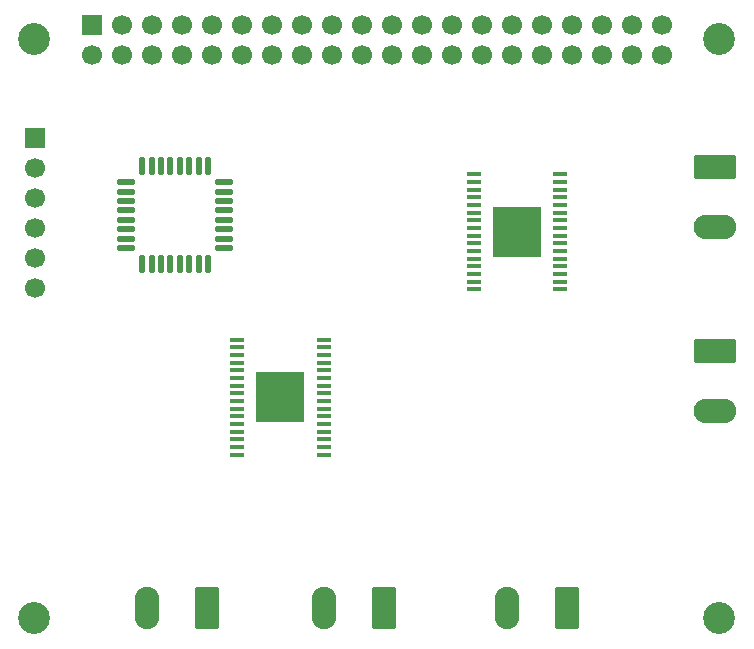
<source format=gts>
%TF.GenerationSoftware,KiCad,Pcbnew,9.0.7*%
%TF.CreationDate,2026-02-04T14:04:17-06:00*%
%TF.ProjectId,dac_amp,6461635f-616d-4702-9e6b-696361645f70,rev?*%
%TF.SameCoordinates,Original*%
%TF.FileFunction,Soldermask,Top*%
%TF.FilePolarity,Negative*%
%FSLAX46Y46*%
G04 Gerber Fmt 4.6, Leading zero omitted, Abs format (unit mm)*
G04 Created by KiCad (PCBNEW 9.0.7) date 2026-02-04 14:04:17*
%MOMM*%
%LPD*%
G01*
G04 APERTURE LIST*
G04 Aperture macros list*
%AMRoundRect*
0 Rectangle with rounded corners*
0 $1 Rounding radius*
0 $2 $3 $4 $5 $6 $7 $8 $9 X,Y pos of 4 corners*
0 Add a 4 corners polygon primitive as box body*
4,1,4,$2,$3,$4,$5,$6,$7,$8,$9,$2,$3,0*
0 Add four circle primitives for the rounded corners*
1,1,$1+$1,$2,$3*
1,1,$1+$1,$4,$5*
1,1,$1+$1,$6,$7*
1,1,$1+$1,$8,$9*
0 Add four rect primitives between the rounded corners*
20,1,$1+$1,$2,$3,$4,$5,0*
20,1,$1+$1,$4,$5,$6,$7,0*
20,1,$1+$1,$6,$7,$8,$9,0*
20,1,$1+$1,$8,$9,$2,$3,0*%
G04 Aperture macros list end*
%ADD10R,4.110000X4.360000*%
%ADD11R,1.200000X0.400000*%
%ADD12RoundRect,0.137500X-0.600000X-0.137500X0.600000X-0.137500X0.600000X0.137500X-0.600000X0.137500X0*%
%ADD13RoundRect,0.137500X-0.137500X-0.600000X0.137500X-0.600000X0.137500X0.600000X-0.137500X0.600000X0*%
%ADD14RoundRect,0.249999X0.790001X1.550001X-0.790001X1.550001X-0.790001X-1.550001X0.790001X-1.550001X0*%
%ADD15O,2.080000X3.600000*%
%ADD16R,1.700000X1.700000*%
%ADD17C,1.700000*%
%ADD18RoundRect,0.249999X-1.550001X0.790001X-1.550001X-0.790001X1.550001X-0.790001X1.550001X0.790001X0*%
%ADD19O,3.600000X2.080000*%
%ADD20C,2.700000*%
G04 APERTURE END LIST*
D10*
%TO.C,U4*%
X125750000Y-68400000D03*
D11*
X129400000Y-73275000D03*
X129400000Y-72625000D03*
X129400000Y-71975000D03*
X129400000Y-71325000D03*
X129400000Y-70675000D03*
X129400000Y-70025000D03*
X129400000Y-69375000D03*
X129400000Y-68725000D03*
X129400000Y-68075000D03*
X129400000Y-67425000D03*
X129400000Y-66775000D03*
X129400000Y-66125000D03*
X129400000Y-65475000D03*
X129400000Y-64825000D03*
X129400000Y-64175000D03*
X129400000Y-63525000D03*
X122100000Y-63525000D03*
X122100000Y-64175000D03*
X122100000Y-64825000D03*
X122100000Y-65475000D03*
X122100000Y-66125000D03*
X122100000Y-66775000D03*
X122100000Y-67425000D03*
X122100000Y-68075000D03*
X122100000Y-68725000D03*
X122100000Y-69375000D03*
X122100000Y-70025000D03*
X122100000Y-70675000D03*
X122100000Y-71325000D03*
X122100000Y-71975000D03*
X122100000Y-72625000D03*
X122100000Y-73275000D03*
%TD*%
D12*
%TO.C,U1*%
X112675000Y-50200000D03*
X112675000Y-51000000D03*
X112675000Y-51800000D03*
X112675000Y-52600000D03*
X112675000Y-53400000D03*
X112675000Y-54200000D03*
X112675000Y-55000000D03*
X112675000Y-55800000D03*
D13*
X114037500Y-57162500D03*
X114837500Y-57162500D03*
X115637500Y-57162500D03*
X116437500Y-57162500D03*
X117237500Y-57162500D03*
X118037500Y-57162500D03*
X118837500Y-57162500D03*
X119637500Y-57162500D03*
D12*
X121000000Y-55800000D03*
X121000000Y-55000000D03*
X121000000Y-54200000D03*
X121000000Y-53400000D03*
X121000000Y-52600000D03*
X121000000Y-51800000D03*
X121000000Y-51000000D03*
X121000000Y-50200000D03*
D13*
X119637500Y-48837500D03*
X118837500Y-48837500D03*
X118037500Y-48837500D03*
X117237500Y-48837500D03*
X116437500Y-48837500D03*
X115637500Y-48837500D03*
X114837500Y-48837500D03*
X114037500Y-48837500D03*
%TD*%
D14*
%TO.C,J5*%
X119545000Y-86277500D03*
D15*
X114465000Y-86277500D03*
%TD*%
D14*
%TO.C,J6*%
X134545000Y-86277500D03*
D15*
X129465000Y-86277500D03*
%TD*%
D16*
%TO.C,J7*%
X109765321Y-36909266D03*
D17*
X109765321Y-39449266D03*
X112305321Y-36909266D03*
X112305321Y-39449266D03*
X114845321Y-36909266D03*
X114845321Y-39449266D03*
X117385321Y-36909266D03*
X117385321Y-39449266D03*
X119925321Y-36909266D03*
X119925321Y-39449266D03*
X122465321Y-36909266D03*
X122465321Y-39449266D03*
X125005321Y-36909266D03*
X125005321Y-39449266D03*
X127545321Y-36909266D03*
X127545321Y-39449266D03*
X130085321Y-36909266D03*
X130085321Y-39449266D03*
X132625321Y-36909266D03*
X132625321Y-39449266D03*
X135165321Y-36909266D03*
X135165321Y-39449266D03*
X137705321Y-36909266D03*
X137705321Y-39449266D03*
X140245321Y-36909266D03*
X140245321Y-39449266D03*
X142785321Y-36909266D03*
X142785321Y-39449266D03*
X145325321Y-36909266D03*
X145325321Y-39449266D03*
X147865321Y-36909266D03*
X147865321Y-39449266D03*
X150405321Y-36909266D03*
X150405321Y-39449266D03*
X152945321Y-36909266D03*
X152945321Y-39449266D03*
X155485321Y-36909266D03*
X155485321Y-39449266D03*
X158025321Y-36909266D03*
X158025321Y-39449266D03*
%TD*%
D18*
%TO.C,J4*%
X162500000Y-48955000D03*
D19*
X162500000Y-54035000D03*
%TD*%
D20*
%TO.C,H1*%
X104875000Y-38067500D03*
%TD*%
%TO.C,H2*%
X162875000Y-38067500D03*
%TD*%
%TO.C,H3*%
X104875000Y-87067500D03*
%TD*%
%TO.C,H4*%
X162875000Y-87067500D03*
%TD*%
D16*
%TO.C,J1*%
X105000000Y-46460000D03*
D17*
X105000000Y-49000000D03*
X105000000Y-51540000D03*
X105000000Y-54080000D03*
X105000000Y-56620000D03*
X105000000Y-59160000D03*
%TD*%
D10*
%TO.C,U3*%
X145750000Y-54400000D03*
D11*
X142100000Y-49525000D03*
X142100000Y-50175000D03*
X142100000Y-50825000D03*
X142100000Y-51475000D03*
X142100000Y-52125000D03*
X142100000Y-52775000D03*
X142100000Y-53425000D03*
X142100000Y-54075000D03*
X142100000Y-54725000D03*
X142100000Y-55375000D03*
X142100000Y-56025000D03*
X142100000Y-56675000D03*
X142100000Y-57325000D03*
X142100000Y-57975000D03*
X142100000Y-58625000D03*
X142100000Y-59275000D03*
X149400000Y-59275000D03*
X149400000Y-58625000D03*
X149400000Y-57975000D03*
X149400000Y-57325000D03*
X149400000Y-56675000D03*
X149400000Y-56025000D03*
X149400000Y-55375000D03*
X149400000Y-54725000D03*
X149400000Y-54075000D03*
X149400000Y-53425000D03*
X149400000Y-52775000D03*
X149400000Y-52125000D03*
X149400000Y-51475000D03*
X149400000Y-50825000D03*
X149400000Y-50175000D03*
X149400000Y-49525000D03*
%TD*%
D18*
%TO.C,J3*%
X162500000Y-64455000D03*
D19*
X162500000Y-69535000D03*
%TD*%
D14*
%TO.C,J2*%
X150045000Y-86277500D03*
D15*
X144965000Y-86277500D03*
%TD*%
M02*

</source>
